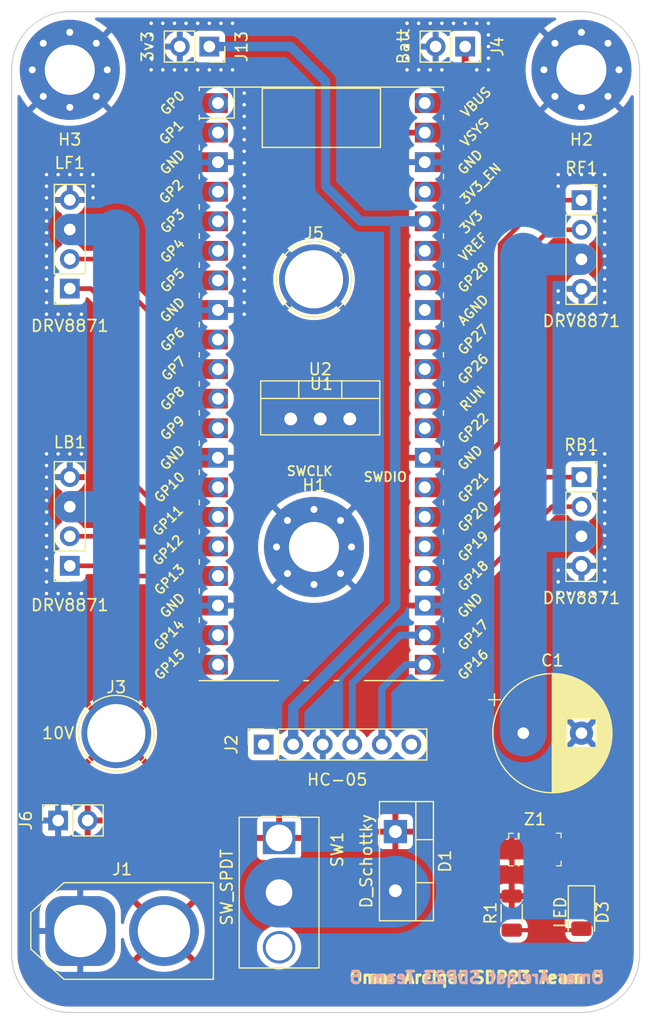
<source format=kicad_pcb>
(kicad_pcb (version 20211014) (generator pcbnew)
  (layers (0 "F.Cu" signal) (31 "B.Cu" signal) (34 "B.Paste" user) (35 "F.Paste" user) (36 "B.SilkS" user "B.Silkscreen") (37 "F.SilkS" user "F.Silkscreen") (38 "B.Mask" user) (39 "F.Mask" user) (44 "Edge.Cuts" user))
  (net 0 "")
  (net 1 "LF1")
  (net 2 "LF2")
  (net 3 "+10V")
  (net 4 "GND")
  (net 5 "RB1")
  (net 6 "RB2")
  (net 7 "LB1")
  (net 8 "LB2")
  (net 9 "RF1")
  (net 10 "RF2")
  (net 11 "Net-(D1-Pad2)")
  (net 12 "Net-(D3-Pad2)")
  (net 13 "VCC")
  (net 15 "+3V3")
  (net 16 "TX")
  (net 17 "RX")
  (net 19 "VSYS")
  (footprint "Connector_PinSocket_2.54mm:PinSocket_1x04_P2.54mm_Vertical" (layer "F.Cu") (at 147 67.2)
    (fp_text reference "RF1" (at 0 -2.77) (layer "F.SilkS"))
    (fp_text value "DRV8871" (at 0 10.39) (layer "F.SilkS"))
    (pad "1" thru_hole rect (at 0 0) (size 1.7 1.7) (drill 1) (layers *.Cu *.Mask) (net 9 "RF1"))
    (pad "2" thru_hole oval (at 0 2.54) (size 1.7 1.7) (drill 1) (layers *.Cu *.Mask) (net 10 "RF2"))
    (pad "3" thru_hole oval (at 0 5.08) (size 1.7 1.7) (drill 1) (layers *.Cu *.Mask) (net 3 "+10V"))
    (pad "4" thru_hole oval (at 0 7.62) (size 1.7 1.7) (drill 1) (layers *.Cu *.Mask) (net 4 "GND"))
  )
  (footprint "MountingHole:MountingHole_4.3mm_M4_Pad_Via" (layer "F.Cu") (at 124 97)
    (fp_text reference "H1" (at 0 -5.3) (layer "F.SilkS"))
    (fp_text value "M")
    (pad "1" thru_hole circle (at 0 3.225) (size 0.9 0.9) (drill 0.6) (layers *.Cu *.Mask) (net 4 "GND"))
    (pad "1" thru_hole circle (at 2.280419 2.280419) (size 0.9 0.9) (drill 0.6) (layers *.Cu *.Mask) (net 4 "GND"))
    (pad "1" thru_hole circle (at 0 -3.225) (size 0.9 0.9) (drill 0.6) (layers *.Cu *.Mask) (net 4 "GND"))
    (pad "1" thru_hole circle (at -2.280419 2.280419) (size 0.9 0.9) (drill 0.6) (layers *.Cu *.Mask) (net 4 "GND"))
    (pad "1" thru_hole circle (at -3.225 0) (size 0.9 0.9) (drill 0.6) (layers *.Cu *.Mask) (net 4 "GND"))
    (pad "1" thru_hole circle (at 3.225 0) (size 0.9 0.9) (drill 0.6) (layers *.Cu *.Mask) (net 4 "GND"))
    (pad "1" thru_hole circle (at -2.280419 -2.280419) (size 0.9 0.9) (drill 0.6) (layers *.Cu *.Mask) (net 4 "GND"))
    (pad "1" thru_hole circle (at 0 0) (size 8.6 8.6) (drill 4.3) (layers *.Cu *.Mask) (net 4 "GND"))
    (pad "1" thru_hole circle (at 2.280419 -2.280419) (size 0.9 0.9) (drill 0.6) (layers *.Cu *.Mask) (net 4 "GND"))
  )
  (footprint "Buggy_Footprints:1101M2S3CQE2" (layer "F.Cu") (at 121 122)
    (fp_text reference "SW1" (at 5 1 90) (layer "F.SilkS"))
    (fp_text value "SW_SPDT" (at -4.5 4.25 90) (layer "F.SilkS"))
    (pad "1" thru_hole rect (at 0 0) (size 2.794 2.794) (drill 2.286) (layers *.Cu *.Mask) (net 13 "VCC"))
    (pad "2" thru_hole circle (at 0 4.699) (size 2.794 2.794) (drill 2.286) (layers *.Cu *.Mask) (net 11 "Net-(D1-Pad2)"))
    (pad "3" thru_hole circle (at 0 9.398) (size 2.794 2.794) (drill 2.286) (layers *.Cu *.Mask))
  )
  (footprint "Connector_PinSocket_2.54mm:PinSocket_1x02_P2.54mm_Vertical" (layer "F.Cu") (at 115 54 -90)
    (fp_text reference "J13" (at 0 -2.77 90) (layer "F.SilkS"))
    (fp_text value "3v3" (at 0 5.31 90) (layer "F.SilkS"))
    (pad "1" thru_hole rect (at 0 0 270) (size 1.7 1.7) (drill 1) (layers *.Cu *.Mask) (net 15 "+3V3"))
    (pad "2" thru_hole oval (at 0 2.54 270) (size 1.7 1.7) (drill 1) (layers *.Cu *.Mask) (net 4 "GND"))
  )
  (footprint "Connector_PinSocket_2.54mm:PinSocket_1x02_P2.54mm_Vertical" (layer "F.Cu") (at 137 54 -90)
    (fp_text reference "J4" (at 0 -2.77 90) (layer "F.SilkS"))
    (fp_text value "Batt" (at 0 5.31 90) (layer "F.SilkS"))
    (pad "1" thru_hole rect (at 0 0 270) (size 1.7 1.7) (drill 1) (layers *.Cu *.Mask) (net 19 "VSYS"))
    (pad "2" thru_hole oval (at 0 2.54 270) (size 1.7 1.7) (drill 1) (layers *.Cu *.Mask) (net 4 "GND"))
  )
  (footprint "digikey-footprints:DO-214AC" (layer "F.Cu") (at 143 123)
    (fp_text reference "Z1" (at 0 -2.6) (layer "F.SilkS"))
    (fp_text value "Zener")
    (pad "A" smd rect locked (at 2 0) (size 2.5 1.7) (layers "F.Cu" "F.Paste" "F.Mask") (net 4 "GND"))
    (pad "K" smd rect locked (at -2 0) (size 2.5 1.7) (layers "F.Cu" "F.Paste" "F.Mask") (net 3 "+10V"))
  )
  (footprint "LED_SMD:LED_1206_3216Metric" (layer "F.Cu") (at 147 128.4 -90)
    (fp_text reference "D3" (at 0 -1.82 90) (layer "F.SilkS"))
    (fp_text value "LED" (at 0 1.82 90) (layer "F.SilkS"))
    (pad "1" smd roundrect (at -1.4 0 270) (size 1.25 1.75) (layers "F.Cu" "F.Paste" "F.Mask") (roundrect_rratio 0.2) (net 4 "GND"))
    (pad "2" smd roundrect (at 1.4 0 270) (size 1.25 1.75) (layers "F.Cu" "F.Paste" "F.Mask") (roundrect_rratio 0.2) (net 12 "Net-(D3-Pad2)"))
  )
  (footprint "Package_TO_SOT_THT:TO-220-2_Vertical" (layer "F.Cu") (at 131 121.46 -90)
    (fp_text reference "D1" (at 2.54 -4.27 90) (layer "F.SilkS"))
    (fp_text value "D_Schottky" (at 2.54 2.5 90) (layer "F.SilkS"))
    (pad "1" thru_hole rect (at 0 0 270) (size 2 2) (drill 1.1) (layers *.Cu *.Mask) (net 3 "+10V"))
    (pad "2" thru_hole oval (at 5.08 0 270) (size 2 2) (drill 1.1) (layers *.Cu *.Mask) (net 11 "Net-(D1-Pad2)"))
  )
  (footprint "MountingHole:MountingHole_4.3mm_M4_Pad_Via" (layer "F.Cu") (at 147 56)
    (fp_text reference "H2" (at 0 6) (layer "F.SilkS"))
    (fp_text value "M")
    (pad "1" thru_hole circle (at -3.225 0) (size 0.9 0.9) (drill 0.6) (layers *.Cu *.Mask) (net 4 "GND"))
    (pad "1" thru_hole circle (at 2.280419 -2.280419) (size 0.9 0.9) (drill 0.6) (layers *.Cu *.Mask) (net 4 "GND"))
    (pad "1" thru_hole circle (at 2.280419 2.280419) (size 0.9 0.9) (drill 0.6) (layers *.Cu *.Mask) (net 4 "GND"))
    (pad "1" thru_hole circle (at 0 3.225) (size 0.9 0.9) (drill 0.6) (layers *.Cu *.Mask) (net 4 "GND"))
    (pad "1" thru_hole circle (at -2.280419 2.280419) (size 0.9 0.9) (drill 0.6) (layers *.Cu *.Mask) (net 4 "GND"))
    (pad "1" thru_hole circle (at 0 0) (size 8.6 8.6) (drill 4.3) (layers *.Cu *.Mask) (net 4 "GND"))
    (pad "1" thru_hole circle (at 3.225 0) (size 0.9 0.9) (drill 0.6) (layers *.Cu *.Mask) (net 4 "GND"))
    (pad "1" thru_hole circle (at -2.280419 -2.280419) (size 0.9 0.9) (drill 0.6) (layers *.Cu *.Mask) (net 4 "GND"))
    (pad "1" thru_hole circle (at 0 -3.225) (size 0.9 0.9) (drill 0.6) (layers *.Cu *.Mask) (net 4 "GND"))
  )
  (footprint "Capacitor_THT:CP_Radial_D10.0mm_P5.00mm" (layer "F.Cu") (at 142 113)
    (fp_text reference "C1" (at 2.5 -6.25) (layer "F.SilkS"))
    (fp_text value "2200uF")
    (pad "1" thru_hole rect (at 0 0) (size 2 2) (drill 1) (layers *.Cu *.Mask) (net 3 "+10V"))
    (pad "2" thru_hole circle (at 5 0) (size 2 2) (drill 1) (layers *.Cu *.Mask) (net 4 "GND"))
  )
  (footprint "TestPoint:TestPoint_Plated_Hole_D5.0mm" (layer "F.Cu") (at 124 74)
    (fp_text reference "J5" (at 0 -3.948) (layer "F.SilkS"))
    (fp_text value "GND")
    (pad "1" thru_hole circle (at 0 0) (size 6 6) (drill 5) (layers *.Cu *.Mask) (net 4 "GND"))
  )
  (footprint "Package_TO_SOT_THT:TO-220-3_Vertical" (layer "F.Cu") (at 122 86)
    (fp_text reference "U2" (at 2.54 -4.27) (layer "F.SilkS"))
    (fp_text value "MC79M15_TO220")
    (pad "1" thru_hole rect (at 0 0) (size 1.905 2) (drill 1.1) (layers *.Cu *.Mask) (net 4 "GND"))
    (pad "2" thru_hole oval (at 2.54 0) (size 1.905 2) (drill 1.1) (layers *.Cu *.Mask) (net 19 "VSYS"))
    (pad "3" thru_hole oval (at 5.08 0) (size 1.905 2) (drill 1.1) (layers *.Cu *.Mask) (net 3 "+10V"))
  )
  (footprint "Connector_PinSocket_2.54mm:PinSocket_1x06_P2.54mm_Vertical" (layer "F.Cu") (at 119.675 113.975 90)
    (fp_text reference "J2" (at 0 -2.77 90) (layer "F.SilkS"))
    (fp_text value "HC-05" (at -3.025 6.325 180) (layer "F.SilkS"))
    (pad "1" thru_hole rect (at 0 0 90) (size 1.7 1.7) (drill 1) (layers *.Cu *.Mask))
    (pad "2" thru_hole oval (at 0 2.54 90) (size 1.7 1.7) (drill 1) (layers *.Cu *.Mask) (net 15 "+3V3"))
    (pad "3" thru_hole oval (at 0 5.08 90) (size 1.7 1.7) (drill 1) (layers *.Cu *.Mask) (net 4 "GND"))
    (pad "4" thru_hole oval (at 0 7.62 90) (size 1.7 1.7) (drill 1) (layers *.Cu *.Mask) (net 17 "RX"))
    (pad "5" thru_hole oval (at 0 10.16 90) (size 1.7 1.7) (drill 1) (layers *.Cu *.Mask) (net 16 "TX"))
    (pad "6" thru_hole oval (at 0 12.7 90) (size 1.7 1.7) (drill 1) (layers *.Cu *.Mask))
  )
  (footprint "Connector_AMASS:AMASS_XT60-M_1x02_P7.20mm_Vertical" (layer "F.Cu") (at 103.9 130)
    (fp_text reference "J1" (at 3.6 -5.3) (layer "F.SilkS"))
    (fp_text value "XT60")
    (pad "1" thru_hole roundrect (at 0 0) (size 6 6) (drill 4.5) (layers *.Cu *.Mask) (net 4 "GND"))
    (pad "2" thru_hole circle (at 7.2 0) (size 6 6) (drill 4.5) (layers *.Cu *.Mask) (net 13 "VCC"))
  )
  (footprint "MountingHole:MountingHole_4.3mm_M4_Pad_Via" (layer "F.Cu") (at 103 56)
    (fp_text reference "H3" (at 0 6) (layer "F.SilkS"))
    (fp_text value "M")
    (pad "1" thru_hole circle (at 2.280419 -2.280419) (size 0.9 0.9) (drill 0.6) (layers *.Cu *.Mask) (net 4 "GND"))
    (pad "1" thru_hole circle (at 0 3.225) (size 0.9 0.9) (drill 0.6) (layers *.Cu *.Mask) (net 4 "GND"))
    (pad "1" thru_hole circle (at 2.280419 2.280419) (size 0.9 0.9) (drill 0.6) (layers *.Cu *.Mask) (net 4 "GND"))
    (pad "1" thru_hole circle (at -2.280419 -2.280419) (size 0.9 0.9) (drill 0.6) (layers *.Cu *.Mask) (net 4 "GND"))
    (pad "1" thru_hole circle (at -3.225 0) (size 0.9 0.9) (drill 0.6) (layers *.Cu *.Mask) (net 4 "GND"))
    (pad "1" thru_hole circle (at 0 0) (size 8.6 8.6) (drill 4.3) (layers *.Cu *.Mask) (net 4 "GND"))
    (pad "1" thru_hole circle (at -2.280419 2.280419) (size 0.9 0.9) (drill 0.6) (layers *.Cu *.Mask) (net 4 "GND"))
    (pad "1" thru_hole circle (at 0 -3.225) (size 0.9 0.9) (drill 0.6) (layers *.Cu *.Mask) (net 4 "GND"))
    (pad "1" thru_hole circle (at 3.225 0) (size 0.9 0.9) (drill 0.6) (layers *.Cu *.Mask) (net 4 "GND"))
  )
  (footprint "Connector_PinSocket_2.54mm:PinSocket_1x02_P2.54mm_Vertical" (layer "F.Cu") (at 102 120.5 90)
    (fp_text reference "J6" (at 0 -2.77 90) (layer "F.SilkS"))
    (fp_text value "Vin")
    (pad "1" thru_hole rect (at 0 0 90) (size 1.7 1.7) (drill 1) (layers *.Cu *.Mask) (net 4 "GND"))
    (pad "2" thru_hole oval (at 0 2.54 90) (size 1.7 1.7) (drill 1) (layers *.Cu *.Mask) (net 13 "VCC"))
  )
  (footprint "Resistor_SMD:R_1206_3216Metric" (layer "F.Cu") (at 141 128.4625 90)
    (fp_text reference "R1" (at 0 -1.82 90) (layer "F.SilkS"))
    (fp_text value "330")
    (pad "1" smd roundrect (at -1.4625 0 90) (size 1.125 1.75) (layers "F.Cu" "F.Paste" "F.Mask") (roundrect_rratio 0.2222222222) (net 12 "Net-(D3-Pad2)"))
    (pad "2" smd roundrect (at 1.4625 0 90) (size 1.125 1.75) (layers "F.Cu" "F.Paste" "F.Mask") (roundrect_rratio 0.2222222222) (net 3 "+10V"))
  )
  (footprint "Connector_PinSocket_2.54mm:PinSocket_1x04_P2.54mm_Vertical" (layer "F.Cu") (at 103 98.62 180)
    (fp_text reference "LB1" (at 0 10.62) (layer "F.SilkS"))
    (fp_text value "DRV8871" (at 0 -3.38) (layer "F.SilkS"))
    (pad "1" thru_hole rect (at 0 0 180) (size 1.7 1.7) (drill 1) (layers *.Cu *.Mask) (net 7 "LB1"))
    (pad "2" thru_hole oval (at 0 2.54 180) (size 1.7 1.7) (drill 1) (layers *.Cu *.Mask) (net 8 "LB2"))
    (pad "3" thru_hole oval (at 0 5.08 180) (size 1.7 1.7) (drill 1) (layers *.Cu *.Mask) (net 3 "+10V"))
    (pad "4" thru_hole oval (at 0 7.62 180) (size 1.7 1.7) (drill 1) (layers *.Cu *.Mask) (net 4 "GND"))
  )
  (footprint "Connector_PinSocket_2.54mm:PinSocket_1x04_P2.54mm_Vertical" (layer "F.Cu") (at 103 74.8 180)
    (fp_text reference "LF1" (at 0 10.8) (layer "F.SilkS"))
    (fp_text value "DRV8871" (at 0 -3.2) (layer "F.SilkS"))
    (pad "1" thru_hole rect (at 0 0 180) (size 1.7 1.7) (drill 1) (layers *.Cu *.Mask) (net 1 "LF1"))
    (pad "2" thru_hole oval (at 0 2.54 180) (size 1.7 1.7) (drill 1) (layers *.Cu *.Mask) (net 2 "LF2"))
    (pad "3" thru_hole oval (at 0 5.08 180) (size 1.7 1.7) (drill 1) (layers *.Cu *.Mask) (net 3 "+10V"))
    (pad "4" thru_hole oval (at 0 7.62 180) (size 1.7 1.7) (drill 1) (layers *.Cu *.Mask) (net 4 "GND"))
  )
  (footprint "TestPoint:TestPoint_Plated_Hole_D5.0mm" (layer "F.Cu") (at 107 113)
    (fp_text reference "J3" (at 0 -3.948) (layer "F.SilkS"))
    (fp_text value "10V" (at -5 0) (layer "F.SilkS"))
    (pad "1" thru_hole circle (at 0 0) (size 6 6) (drill 5) (layers *.Cu *.Mask) (net 3 "+10V"))
  )
  (footprint "Connector_PinSocket_2.54mm:PinSocket_1x04_P2.54mm_Vertical" (layer "F.Cu") (at 147 91)
    (fp_text reference "RB1" (at 0 -2.77) (layer "F.SilkS"))
    (fp_text value "DRV8871" (at 0 10.39) (layer "F.SilkS"))
    (pad "1" thru_hole rect (at 0 0) (size 1.7 1.7) (drill 1) (layers *.Cu *.Mask) (net 5 "RB1"))
    (pad "2" thru_hole oval (at 0 2.54) (size 1.7 1.7) (drill 1) (layers *.Cu *.Mask) (net 6 "RB2"))
    (pad "3" thru_hole oval (at 0 5.08) (size 1.7 1.7) (drill 1) (layers *.Cu *.Mask) (net 3 "+10V"))
    (pad "4" thru_hole oval (at 0 7.62) (size 1.7 1.7) (drill 1) (layers *.Cu *.Mask) (net 4 "GND"))
  )
  (footprint "RPi_Pico:RPi_PicoW_SMD_TH" (layer "F.Cu") (at 124.635 82.985)
    (fp_text reference "U1" (at 0 0) (layer "F.SilkS"))
    (fp_text value "PicoW")
    (fp_text user "GP16" (at 13.054 24.13 45) (layer "F.SilkS") (effects (font (size 0.8 0.8))))
    (fp_text user "GND" (at -12.8 6.35 45) (layer "F.SilkS") (effects (font (size 0.8 0.8))))
    (fp_text user "GP8" (at -12.8 1.27 45) (layer "F.SilkS") (effects (font (size 0.8 0.8))))
    (fp_text user "GP22" (at 13.054 3.81 45) (layer "F.SilkS") (effects (font (size 0.8 0.8))))
    (fp_text user "GND" (at 12.8 -19.05 45) (layer "F.SilkS") (effects (font (size 0.8 0.8))))
    (fp_text user "GND" (at -12.8 -19.05 45) (layer "F.SilkS") (effects (font (size 0.8 0.8))))
    (fp_text user "RUN" (at 13 1.27 45) (layer "F.SilkS") (effects (font (size 0.8 0.8))))
    (fp_text user "GP6" (at -12.8 -3.81 45) (layer "F.SilkS") (effects (font (size 0.8 0.8))))
    (fp_text user "GP5" (at -12.8 -8.89 45) (layer "F.SilkS") (effects (font (size 0.8 0.8))))
    (fp_text user "SWDIO" (at 5.5 8) (layer "F.SilkS") (effects (font (size 0.8 0.8))))
    (fp_text user "GP4" (at -12.8 -11.43 45) (layer "F.SilkS") (effects (font (size 0.8 0.8))))
    (fp_text user "GP12" (at -13.2 14.2925 45) (layer "F.SilkS") (effects (font (size 0.8 0.8))))
    (fp_text user "AGND" (at 13.054 -6.35 45) (layer "F.SilkS") (effects (font (size 0.8 0.8))))
    (fp_text user "GP11" (at -13.2 11.7525 45) (layer "F.SilkS") (effects (font (size 0.8 0.8))))
    (fp_text user "SWCLK" (at -1 7.5) (layer "F.SilkS") (effects (font (size 0.8 0.8))))
    (fp_text user "GP26" (at 13.054 -1.27 45) (layer "F.SilkS") (effects (font (size 0.8 0.8))))
    (fp_text user "GP2" (at -12.9 -16.51 45) (layer "F.SilkS") (effects (font (size 0.8 0.8))))
    (fp_text user "GP0" (at -12.8 -24.13 45) (layer "F.SilkS") (effects (font (size 0.8 0.8))))
    (fp_text user "GP28" (at 13.054 -9.144 45) (layer "F.SilkS") (effects (font (size 0.8 0.8))))
    (fp_text user "GP13" (at -13.054 16.8325 45) (layer "F.SilkS") (effects (font (size 0.8 0.8))))
    (fp_text user "GND" (at -12.8 19.05 45) (layer "F.SilkS") (effects (font (size 0.8 0.8))))
    (fp_text user "GP19" (at 13.054 13.97 45) (layer "F.SilkS") (effects (font (size 0.8 0.8))))
    (fp_text user "GP20" (at 13.054 11.43 45) (layer "F.SilkS") (effects (font (size 0.8 0.8))))
    (fp_text user "VSYS" (at 13.2 -21.59 45) (layer "F.SilkS") (effects (font (size 0.8 0.8))))
    (fp_text user "GND" (at 12.8 19.05 45) (layer "F.SilkS") (effects (font (size 0.8 0.8))))
    (fp_text user "GP7" (at -12.7 -1.3 45) (layer "F.SilkS") (effects (font (size 0.8 0.8))))
    (fp_text user "GP17" (at 13.054 21.59 45) (layer "F.SilkS") (effects (font (size 0.8 0.8))))
    (fp_text user "GP10" (at -13.054 8.89 45) (layer "F.SilkS") (effects (font (size 0.8 0.8))))
    (fp_text user "GP9" (at -12.8 3.81 45) (layer "F.SilkS") (effects (font (size 0.8 0.8))))
    (fp_text user "GP18" (at 13.054 16.51 45) (layer "F.SilkS") (effects (font (size 0.8 0.8))))
    (fp_text user "VREF" (at 13.0675 -11.7425 45) (layer "F.SilkS") (effects (font (size 0.8 0.8))))
    (fp_text user "GP21" (at 13.054 8.9 45) (layer "F.SilkS") (effects (font (size 0.8 0.8))))
    (fp_text user "3V3_EN" (at 13.7 -17.2 45) (layer "F.SilkS") (effects (font (size 0.8 0.8))))
    (fp_text user "GP27" (at 13.054 -3.8 45) (layer "F.SilkS") (effects (font (size 0.8 0.8))))
    (fp_text user "3V3" (at 12.9 -13.9 45) (layer "F.SilkS") (effects (font (size 0.8 0.8))))
    (fp_text user "GP1" (at -12.9 -21.6 45) (layer "F.SilkS") (effects (font (size 0.8 0.8))))
    (fp_text user "GP14" (at -13.1 21.59 45) (layer "F.SilkS") (effects (font (size 0.8 0.8))))
    (fp_text user "GP3" (at -12.8 -13.97 45) (layer "F.SilkS") (effects (font (size 0.8 0.8))))
    (fp_text user "GND" (at 12.8 6.35 45) (layer "F.SilkS") (effects (font (size 0.8 0.8))))
    (fp_text user "GP15" (at -13.054 24.13 45) (layer "F.SilkS") (effects (font (size 0.8 0.8))))
    (fp_text user "VBUS" (at 13.3 -24.2 45) (layer "F.SilkS") (effects (font (size 0.8 0.8))))
    (fp_text user "GND" (at -12.8 -6.35 45) (layer "F.SilkS") (effects (font (size 0.8 0.8))))
    (pad "1" thru_hole oval (at -8.89 -24.13) (size 1.7 1.7) (drill 1.02) (layers *.Cu *.Mask))
    (pad "1" smd rect (at -8.89 -24.13) (size 3.5 1.7) (drill (offset -0.9 0)) (layers "F.Cu" "F.Mask"))
    (pad "2" thru_hole oval (at -8.89 -21.59) (size 1.7 1.7) (drill 1.02) (layers *.Cu *.Mask))
    (pad "2" smd rect (at -8.89 -21.59) (size 3.5 1.7) (drill (offset -0.9 0)) (layers "F.Cu" "F.Mask"))
    (pad "3" thru_hole rect (at -8.89 -19.05) (size 1.7 1.7) (drill 1.02) (layers *.Cu *.Mask) (net 4 "GND"))
    (pad "3" smd rect (at -8.89 -19.05) (size 3.5 1.7) (drill (offset -0.9 0)) (layers "F.Cu" "F.Mask") (net 4 "GND"))
    (pad "4" smd rect (at -8.89 -16.51) (size 3.5 1.7) (drill (offset -0.9 0)) (layers "F.Cu" "F.Mask"))
    (pad "4" thru_hole oval (at -8.89 -16.51) (size 1.7 1.7) (drill 1.02) (layers *.Cu *.Mask))
    (pad "5" thru_hole oval (at -8.89 -13.97) (size 1.7 1.7) (drill 1.02) (layers *.Cu *.Mask))
    (pad "5" smd rect (at -8.89 -13.97) (size 3.5 1.7) (drill (offset -0.9 0)) (layers "F.Cu" "F.Mask"))
    (pad "6" smd rect (at -8.89 -11.43) (size 3.5 1.7) (drill (offset -0.9 0)) (layers "F.Cu" "F.Mask"))
    (pad "6" thru_hole oval (at -8.89 -11.43) (size 1.7 1.7) (drill 1.02) (layers *.Cu *.Mask))
    (pad "7" smd rect (at -8.89 -8.89) (size 3.5 1.7) (drill (offset -0.9 0)) (layers "F.Cu" "F.Mask"))
    (pad "7" thru_hole oval (at -8.89 -8.89) (size 1.7 1.7) (drill 1.02) (layers *.Cu *.Mask))
    (pad "8" smd rect (at -8.89 -6.35) (size 3.5 1.7) (drill (offset -0.9 0)) (layers "F.Cu" "F.Mask") (net 4 "GND"))
    (pad "8" thru_hole rect (at -8.89 -6.35) (size 1.7 1.7) (drill 1.02) (layers *.Cu *.Mask) (net 4 "GND"))
    (pad "9" smd rect (at -8.89 -3.81) (size 3.5 1.7) (drill (offset -0.9 0)) (layers "F.Cu" "F.Mask"))
    (pad "9" thru_hole oval (at -8.89 -3.81) (size 1.7 1.7) (drill 1.02) (layers *.Cu *.Mask))
    (pad "10" smd rect (at -8.89 -1.27) (size 3.5 1.7) (drill (offset -0.9 0)) (layers "F.Cu" "F.Mask"))
    (pad "10" thru_hole oval (at -8.89 -1.27) (size 1.7 1.7) (drill 1.02) (layers *.Cu *.Mask))
    (pad "11" smd rect (at -8.89 1.27) (size 3.5 1.7) (drill (offset -0.9 0)) (layers "F.Cu" "F.Mask"))
    (pad "11" thru_hole oval (at -8.89 1.27) (size 1.7 1.7) (drill 1.02) (layers *.Cu *.Mask))
    (pad "12" smd rect (at -8.89 3.81) (size 3.5 1.7) (drill (offset -0.9 0)) (layers "F.Cu" "F.Mask"))
    (pad "12" thru_hole oval (at -8.89 3.81) (size 1.7 1.7) (drill 1.02) (layers *.Cu *.Mask))
    (pad "13" smd rect (at -8.89 6.35) (size 3.5 1.7) (drill (offset -0.9 0)) (layers "F.Cu" "F.Mask") (net 4 "GND"))
    (pad "13" thru_hole rect (at -8.89 6.35) (size 1.7 1.7) (drill 1.02) (layers *.Cu *.Mask) (net 4 "GND"))
    (pad "14" smd rect (at -8.89 8.89) (size 3.5 1.7) (drill (offset -0.9 0)) (layers "F.Cu" "F.Mask") (net 2 "LF2"))
    (pad "14" thru_hole oval (at -8.89 8.89) (size 1.7 1.7) (drill 1.02) (layers *.Cu *.Mask) (net 2 "LF2"))
    (pad "15" thru_hole oval (at -8.89 11.43) (size 1.7 1.7) (drill 1.02) (layers *.Cu *.Mask) (net 1 "LF1"))
    (pad "15" smd rect (at -8.89 11.43) (size 3.5 1.7) (drill (offset -0.9 0)) (layers "F.Cu" "F.Mask") (net 1 "LF1"))
    (pad "16" thru_hole oval (at -8.89 13.97) (size 1.7 1.7) (drill 1.02) (layers *.Cu *.Mask) (net 8 "LB2"))
    (pad "16" smd rect (at -8.89 13.97) (size 3.5 1.7) (drill (offset -0.9 0)) (layers "F.Cu" "F.Mask") (net 8 "LB2"))
    (pad "17" thru_hole oval (at -8.89 16.51) (size 1.7 1.7) (drill 1.02) (layers *.Cu *.Mask) (net 7 "LB1"))
    (pad "17" smd rect (at -8.89 16.51) (size 3.5 1.7) (drill (offset -0.9 0)) (layers "F.Cu" "F.Mask") (net 7 "LB1"))
    (pad "18" smd rect (at -8.89 19.05) (size 3.5 1.7) (drill (offset -0.9 0)) (layers "F.Cu" "F.Mask") (net 4 "GND"))
    (pad "18" thru_hole rect (at -8.89 19.05) (size 1.7 1.7) (drill 1.02) (layers *.Cu *.Mask) (net 4 "GND"))
    (pad "19" thru_hole oval (at -8.89 21.59) (size 1.7 1.7) (drill 1.02) (layers *.Cu *.Mask))
    (pad "19" smd rect (at -8.89 21.59) (size 3.5 1.7) (drill (offset -0.9 0)) (layers "F.Cu" "F.Mask"))
    (pad "20" thru_hole oval (at -8.89 24.13) (size 1.7 1.7) (drill 1.02) (layers *.Cu *.Mask))
    (pad "20" smd rect (at -8.89 24.13) (size 3.5 1.7) (drill (offset -0.9 0)) (layers "F.Cu" "F.Mask"))
    (pad "21" thru_hole oval (at 8.89 24.13) (size 1.7 1.7) (drill 1.02) (layers *.Cu *.Mask) (net 16 "TX"))
    (pad "21" smd rect (at 8.89 24.13) (size 3.5 1.7) (drill (offset 0.9 0)) (layers "F.Cu" "F.Mask") (net 16 "TX"))
    (pad "22" smd rect (at 8.89 21.59) (size 3.5 1.7) (drill (offset 0.9 0)) (layers "F.Cu" "F.Mask") (net 17 "RX"))
    (pad "22" thru_hole oval (at 8.89 21.59) (size 1.7 1.7) (drill 1.02) (layers *.Cu *.Mask) (net 17 "RX"))
    (pad "23" smd rect (at 8.89 19.05) (size 3.5 1.7) (drill (offset 0.9 0)) (layers "F.Cu" "F.Mask") (net 4 "GND"))
    (pad "23" thru_hole rect (at 8.89 19.05) (size 1.7 1.7) (drill 1.02) (layers *.Cu *.Mask) (net 4 "GND"))
    (pad "24" smd rect (at 8.89 16.51) (size 3.5 1.7) (drill (offset 0.9 0)) (layers "F.Cu" "F.Mask") (net 6 "RB2"))
    (pad "24" thru_hole oval (at 8.89 16.51) (size 1.7 1.7) (drill 1.02) (layers *.Cu *.Mask) (net 6 "RB2"))
    (pad "25" thru_hole oval (at 8.89 13.97) (size 1.7 1.7) (drill 1.02) (layers *.Cu *.Mask) (net 5 "RB1"))
    (pad "25" smd rect (at 8.89 13.97) (size 3.5 1.7) (drill (offset 0.9 0)) (layers "F.Cu" "F.Mask") (net 5 "RB1"))
    (pad "26" thru_hole oval (at 8.89 11.43) (size 1.7 1.7) (drill 1.02) (layers *.Cu *.Mask) (net 10 "RF2"))
    (pad "26" smd rect (at 8.89 11.43) (size 3.5 1.7) (drill (offset 0.9 0)) (layers "F.Cu" "F.Mask") (net 10 "RF2"))
    (pad "27" thru_hole oval (at 8.89 8.89) (size 1.7 1.7) (drill 1.02) (layers *.Cu *.Mask) (net 9 "RF1"))
    (pad "27" smd rect (at 8.89 8.89) (size 3.5 1.7) (drill (offset 0.9 0)) (layers "F.Cu" "F.Mask") (net 9 "RF1"))
    (pad "28" smd rect (at 8.89 6.35) (size 3.5 1.7) (drill (offset 0.9 0)) (layers "F.Cu" "F.Mask") (net 4 "GND"))
    (pad "28" thru_hole rect (at 8.89 6.35) (size 1.7 1.7) (drill 1.02) (layers *.Cu *.Mask) (net 4 "GND"))
    (pad "29" smd rect (at 8.89 3.81) (size 3.5 1.7) (drill (offset 0.9 0)) (layers "F.Cu" "F.Mask"))
    (pad "29" thru_hole oval (at 8.89 3.81) (size 1.7 1.7) (drill 1.02) (layers *.Cu *.Mask))
    (pad "30" thru_hole oval (at 8.89 1.27) (size 1.7 1.7) (drill 1.02) (layers *.Cu *.Mask))
    (pad "30" smd rect (at 8.89 1.27) (size 3.5 1.7) (drill (offset 0.9 0)) (layers "F.Cu" "F.Mask"))
    (pad "31" thru_hole oval (at 8.89 -1.27) (size 1.7 1.7) (drill 1.02) (layers *.Cu *.Mask))
    (pad "31" smd rect (at 8.89 -1.27) (size 3.5 1.7) (drill (offset 0.9 0)) (layers "F.Cu" "F.Mask"))
    (pad "32" smd rect (at 8.89 -3.81) (size 3.5 1.7) (drill (offset 0.9 0)) (layers "F.Cu" "F.Mask"))
    (pad "32" thru_hole oval (at 8.89 -3.81) (size 1.7 1.7) (drill 1.02) (layers *.Cu *.Mask))
    (pad "33" thru_hole rect (at 8.89 -6.35) (size 1.7 1.7) (drill 1.02) (layers *.Cu *.Mask))
    (pad "33" smd rect (at 8.89 -6.35) (size 3.5 1.7) (drill (offset 0.9 0)) (layers "F.Cu" "F.Mask"))
    (pad "34" thru_hole oval (at 8.89 -8.89) (size 1.7 1.7) (drill 1.02) (layers *.Cu *.Mask))
    (pad "34" smd rect (at 8.89 -8.89) (size 3.5 1.7) (drill (offset 0.9 0)) (layers "F.Cu" "F.Mask"))
    (pad "35" thru_hole oval (at 8.89 -11.43) (size 1.7 1.7) (drill 1.02) (layers *.Cu *.Mask))
    (pad "35" smd rect (at 8.89 -11.43) (size 3.5 1.7) (drill (offset 0.9 0)) (layers "F.Cu" "F.Mask"))
    (pad "36" smd rect (at 8.89 -13.97) (size 3.5 1.7) (drill (offset 0.9 0)) (layers "F.Cu" "F.Mask") (net 15 "+3V3"))
    (pad "36" thru_hole oval (at 8.89 -13.97) (size 1.7 1.7) (drill 1.02) (layers *.Cu *.Mask) (net 15 "+3V3"))
    (pad "37" smd rect (at 8.89 -16.51) (size 3.5 1.7) (drill (offset 0.9 0)) (layers "F.Cu" "F.Mask"))
    (pad "37" thru_hole oval (at 8.89 -16.51) (size 1.7 1.7) (drill 1.02) (layers *.Cu *.Mask))
    (pad "38" thru_hole rect (at 8.89 -19.05) (size 1.7 1.7) (drill 1.02) (layers *.Cu *.Mask) (net 4 "GND"))
    (pad "38" smd rect (at 8.89 -19.05) (size 3.5 1.7) (drill (offset 0.9 0)) (layers "F.Cu" "F.Mask") (net 4 "GND"))
    (pad "39" smd rect (at 8.89 -21.59) (size 3.5 1.7) (drill (offset 0.9 0)) (layers "F.Cu" "F.Mask") (net 19 "VSYS"))
    (pad "39" thru_hole oval (at 8.89 -21.59) (size 1.7 1.7) (drill 1.02) (layers *.Cu *.Mask) (net 19 "VSYS"))
    (pad "40" smd rect (at 8.89 -24.13) (size 3.5 1.7) (drill (offset 0.9 0)) (layers "F.Cu" "F.Mask"))
    (pad "40" thru_hole oval (at 8.89 -24.13) (size 1.7 1.7) (drill 1.02) (layers *.Cu *.Mask))
  )
  (gr_arc (start 98 56) (mid 99.464466 52.464466) (end 103 51) (layer "Edge.Cuts") (width 0.1))
  (gr_arc (start 152 132) (mid 150.535534 135.535534) (end 147 137) (layer "Edge.Cuts") (width 0.1))
  (gr_arc (start 103 137) (mid 99.464466 135.535534) (end 98 132) (layer "Edge.Cuts") (width 0.1))
  (gr_line (start 147 51) (end 103 51) (layer "Edge.Cuts") (width 0.1))
  (gr_line (start 152 132) (end 152 56) (layer "Edge.Cuts") (width 0.1))
  (gr_line (start 98 56) (end 98 132) (layer "Edge.Cuts") (width 0.1))
  (gr_line (start 103 137) (end 147 137) (layer "Edge.Cuts") (width 0.1))
  (gr_arc (start 147 51) (mid 150.535534 52.464466) (end 152 56) (layer "Edge.Cuts") (width 0.1))
  (gr_text "Omar Areiqat SDP23 Team 5" (at 138 134) (layer "B.SilkS") (effects (font (size 1 1) (thickness 0.25)) (justify mirror)))
  (gr_text "Omar Areiqat SDP23 Team 5" (at 138 134) (layer "F.SilkS") (effects (font (size 1 1) (thickness 0.25))))
  (segment (start 103 74.8) (end 104.8 74.8) (width 0.4) (layer "F.Cu") (net 1))
  (segment (start 111.415 94.415) (end 115.745 94.415) (width 0.4) (layer "F.Cu") (net 1))
  (segment (start 108 91) (end 111.415 94.415) (width 0.4) (layer "F.Cu") (net 1))
  (segment (start 108 78) (end 108 91) (width 0.4) (layer "F.Cu") (net 1))
  (segment (start 104.8 74.8) (end 108 78) (width 0.4) (layer "F.Cu") (net 1))
  (segment (start 105.26 72.26) (end 110 77) (width 0.4) (layer "F.Cu") (net 2))
  (segment (start 112.875 91.875) (end 115.745 91.875) (width 0.4) (layer "F.Cu") (net 2))
  (segment (start 110 89) (end 112.875 91.875) (width 0.4) (layer "F.Cu") (net 2))
  (segment (start 103 72.26) (end 105.26 72.26) (width 0.4) (layer "F.Cu") (net 2))
  (segment (start 110 77) (end 110 89) (width 0.4) (layer "F.Cu") (net 2))
  (segment (start 129 94) (end 129 105.503282) (width 0.5) (layer "F.Cu") (net 3))
  (segment (start 141 123) (end 141 127) (width 0.35) (layer "F.Cu") (net 3))
  (segment (start 136.496718 113) (end 142 113) (width 0.5) (layer "F.Cu") (net 3))
  (segment (start 129 105.503282) (end 136.496718 113) (width 0.5) (layer "F.Cu") (net 3))
  (segment (start 127.08 92.08) (end 129 94) (width 0.5) (layer "F.Cu") (net 3))
  (segment (start 127.08 86) (end 127.08 92.08) (width 0.5) (layer "F.Cu") (net 3))
  (segment (start 142 96) (end 142 72) (width 4) (layer "B.Cu") (net 3))
  (segment (start 107 113) (end 107 94) (width 4) (layer "B.Cu") (net 3))
  (segment (start 103 93.54) (end 106.54 93.54) (width 2.7) (layer "B.Cu") (net 3))
  (segment (start 147 72.28) (end 142.28 72.28) (width 2.7) (layer "B.Cu") (net 3))
  (segment (start 103 69.72) (end 106.72 69.72) (width 2.7) (layer "B.Cu") (net 3))
  (segment (start 142 113) (end 142 96) (width 4) (layer "B.Cu") (net 3))
  (segment (start 147 96.08) (end 142.08 96.08) (width 2.7) (layer "B.Cu") (net 3))
  (segment (start 142.08 96.08) (end 142 96) (width 2.7) (layer "B.Cu") (net 3))
  (segment (start 106.54 93.54) (end 107 94) (width 2.7) (layer "B.Cu") (net 3))
  (segment (start 142.28 72.28) (end 142 72) (width 2.7) (layer "B.Cu") (net 3))
  (segment (start 107 94) (end 107 70) (width 4) (layer "B.Cu") (net 3))
  (segment (start 106.72 69.72) (end 107 70) (width 2.7) (layer "B.Cu") (net 3))
  (via (at 149 91) (size 0.65) (drill 0.3) (layers "F.Cu" "B.Cu") (net 4))
  (via (at 101 100) (size 0.65) (drill 0.3) (layers "F.Cu" "B.Cu") (net 4))
  (via (at 110 52) (size 0.65) (drill 0.3) (layers "F.Cu" "B.Cu") (net 4))
  (via (at 101 93) (size 0.65) (drill 0.3) (layers "F.Cu" "B.Cu") (net 4))
  (via (at 116 52) (size 0.65) (drill 0.3) (layers "F.Cu" "B.Cu") (net 4))
  (via (at 149 92) (size 0.65) (drill 0.3) (layers "F.Cu" "B.Cu") (net 4))
  (via (at 103 77) (size 0.65) (drill 0.3) (layers "F.Cu" "B.Cu") (net 4))
  (via (at 118 64) (size 0.65) (drill 0.3) (layers "F.Cu" "B.Cu") (net 4))
  (via (at 101 71) (size 0.65) (drill 0.3) (layers "F.Cu" "B.Cu") (net 4))
  (via (at 149 100) (size 0.65) (drill 0.3) (layers "F.Cu" "B.Cu") (net 4))
  (via (at 149 71) (size 0.65) (drill 0.3) (layers "F.Cu" "B.Cu") (net 4))
  (via (at 146 77) (size 0.65) (drill 0.3) (layers "F.Cu" "B.Cu") (net 4))
  (via (at 105 66) (size 0.65) (drill 0.3) (layers "F.Cu" "B.Cu") (net 4))
  (via (at 102 77) (size 0.65) (drill 0.3) (layers "F.Cu" "B.Cu") (net 4))
  (via (at 146 101) (size 0.65) (drill 0.3) (layers "F.Cu" "B.Cu") (net 4))
  (via (at 113 52) (size 0.65) (drill 0.3) (layers "F.Cu" "B.Cu") (net 4))
  (via (at 135 52) (size 0.65) (drill 0.3) (layers "F.Cu" "B.Cu") (net 4))
  (via (at 133 52) (size 0.65) (drill 0.3) (layers "F.Cu" "B.Cu") (net 4))
  (via (at 132 54) (size 0.65) (drill 0.3) (layers "F.Cu" "B.Cu") (net 4))
  (via (at 110 53) (size 0.65) (drill 0.3) (layers "F.Cu" "B.Cu") (net 4))
  (via (at 136 52) (size 0.65) (drill 0.3) (layers "F.Cu" "B.Cu") (net 4))
  (via (at 148 89) (size 0.65) (drill 0.3) (layers "F.Cu" "B.Cu") (net 4))
  (via (at 145 101) (size 0.65) (drill 0.3) (layers "F.Cu" "B.Cu") (net 4))
  (via (at 132 52) (size 0.65) (drill 0.3) (layers "F.Cu" "B.Cu") (net 4))
  (via (at 138 52) (size 0.65) (drill 0.3) (layers "F.Cu" "B.Cu") (net 4))
  (via (at 149 67) (size 0.65) (drill 0.3) (layers "F.Cu" "B.Cu") (net 4))
  (via (at 103 89) (size 0.65) (drill 0.3) (layers "F.Cu" "B.Cu") (net 4))
  (via (at 101 69) (size 0.65) (drill 0.3) (layers "F.Cu" "B.Cu") (net 4))
  (via (at 104 101) (size 0.65) (drill 0.3) (layers "F.Cu" "B.Cu") (net 4))
  (via (at 118 58) (size 0.65) (drill 0.3) (layers "F.Cu" "B.Cu") (net 4))
  (via (at 118 61) (size 0.65) (drill 0.3) (layers "F.Cu" "B.Cu") (net 4))
  (via (at 139 52) (size 0.65) (drill 0.3) (layers "F.Cu" "B.Cu") (net 4))
  (via (at 101 66) (size 0.65) (drill 0.3) (layers "F.Cu" "B.Cu") (net 4))
  (via (at 149 76) (size 0.65) (drill 0.3) (layers "F.Cu" "B.Cu") (net 4))
  (via (at 146 89) (size 0.65) (drill 0.3) (layers "F.Cu" "B.Cu") (net 4))
  (via (at 134 56) (size 0.65) (drill 0.3) (layers "F.Cu" "B.Cu") (net 4))
  (via (at 111 52) (size 0.65) (drill 0.3) (layers "F.Cu" "B.Cu") (net 4))
  (via (at 149 95) (size 0.65) (drill 0.3) (layers "F.Cu" "B.Cu") (net 4))
  (via (at 145 65) (size 0.65) (drill 0.3) (layers "F.Cu" "B.Cu") (net 4))
  (via (at 149 89) (size 0.65) (drill 0.3) (layers "F.Cu" "B.Cu") (net 4))
  (via (at 115 52) (size 0.65) (drill 0.3) (layers "F.Cu" "B.Cu") (net 4))
  (via (at 149 65) (size 0.65) (drill 0.3) (layers "F.Cu" "B.Cu") (net 4))
  (via (at 118 66) (size 0.65) (drill 0.3) (layers "F.Cu" "B.Cu") (net 4))
  (via (at 135 56) (size 0.65) (drill 0.3) (layers "F.Cu" "B.Cu") (net 4))
  (via (at 117 52) (size 0.65) (drill 0.3) (layers "F.Cu" "B.Cu") (net 4))
  (via (at 149 94) (size 0.65) (drill 0.3) (layers "F.Cu" "B.Cu") (net 4))
  (via (at 101 65) (size 0.65) (drill 0.3) (layers "F.Cu" "B.Cu") (net 4))
  (via (at 102 89) (size 0.65) (drill 0.3) (layers "F.Cu" "B.Cu") (net 4))
  (via (at 118 60) (size 0.65) (drill 0.3) (layers "F.Cu" "B.Cu") (net 4))
  (via (at 118 70) (size 0.65) (drill 0.3) (layers "F.Cu" "B.Cu") (net 4))
  (via (at 149 69) (size 0.65) (drill 0.3) (layers "F.Cu" "B.Cu") (net 4))
  (via (at 101 89) (size 0.65) (drill 0.3) (layers "F.Cu" "B.Cu") (net 4))
  (via (at 139 56) (size 0.65) (drill 0.3) (layers "F.Cu" "B.Cu") (net 4))
  (via (at 149 70) (size 0.65) (drill 0.3) (layers "F.Cu" "B.Cu") (net 4))
  (via (at 101 77) (size 0.65) (drill 0.3) (layers "F.Cu" "B.Cu") (net 4))
  (via (at 111 56) (size 0.65) (drill 0.3) (layers "F.Cu" "B.Cu") (net 4))
  (via (at 147 77) (size 0.65) (drill 0.3) (layers "F.Cu" "B.Cu") (net 4))
  (via (at 118 75) (size 0.65) (drill 0.3) (layers "F.Cu" "B.Cu") (net 4))
  (via (at 110 56) (size 0.65) (drill 0.3) (layers "F.Cu" "B.Cu") (net 4))
  (via (at 147 101) (size 0.65) (drill 0.3) (layers "F.Cu" "B.Cu") (net 4))
  (via (at 149 72) (size 0.65) (drill 0.3) (layers "F.Cu" "B.Cu") (net 4))
  (via (at 113 56) (size 0.65) (drill 0.3) (layers "F.Cu" "B.Cu") (net 4))
  (via (at 132 56) (size 0.65) (drill 0.3) (layers "F.Cu" "B.Cu") (net 4))
  (via (at 118 69) (size 0.65) (drill 0.3) (layers "F.Cu" "B.Cu") (net 4))
  (via (at 145 75) (size 0.65) (drill 0.3) (layers "F.Cu" "B.Cu") (net 4))
  (via (at 118 67) (size 0.65) (drill 0.3) (layers "F.Cu" "B.Cu") (net 4))
  (via (at 149 99) (size 0.65) (drill 0.3) (layers "F.Cu" "B.Cu") (net 4))
  (via (at 101 91) (size 0.65) (drill 0.3) (layers "F.Cu" "B.Cu") (net 4))
  (via (at 118 72) (size 0.65) (drill 0.3) (layers "F.Cu" "B.Cu") (net 4))
  (via (at 114 52) (size 0.65) (drill 0.3) (layers "F.Cu" "B.Cu") (net 4))
  (via (at 133 56) (size 0.65) (drill 0.3) (layers "F.Cu" "B.Cu") (net 4))
  (via (at 149 90) (size 0.65) (drill 0.3) (layers "F.Cu" "B.Cu") (net 4))
  (via (at 149 75) (size 0.65) (drill 0.3) (layers "F.Cu" "B.Cu") (net 4))
  (via (at 118 59) (size 0.65) (drill 0.3) (layers "F.Cu" "B.Cu") (net 4))
  (via (at 114 56) (size 0.65) (drill 0.3) (layers "F.Cu" "B.Cu") (net 4))
  (via (at 101 96) (size 0.65) (drill 0.3) (layers "F.Cu" "B.Cu") (net 4))
  (via (at 104 77) (size 0.65) (drill 0.3) (layers "F.Cu" "B.Cu") (net 4))
  (via (at 101 70) (size 0.65) (drill 0.3) (layers "F.Cu" "B.Cu") (net 4))
  (via (at 145 100) (size 0.65) (drill 0.3) (layers "F.Cu" "B.Cu") (net 4))
  (via (at 149 98) (size 0.65) (drill 0.3) (layers "F.Cu" "B.Cu") (net 4))
  (via (at 118 62) (size 0.65) (drill 0.3) (layers "F.Cu" "B.Cu") (net 4))
  (via (at 117 56) (size 0.65) (drill 0.3) (layers "F.Cu" "B.Cu") (net 4))
  (via (at 148 77) (size 0.65) (drill 0.3) (layers "F.Cu" "B.Cu") (net 4))
  (via (at 118 77) (size 0.65) (drill 0.3) (layers "F.Cu" "B.Cu") (net 4))
  (via (at 149 77) (size 0.65) (drill 0.3) (layers "F.Cu" "B.Cu") (net 4))
  (via (at 118 76) (size 0.65) (drill 0.3) (layers "F.Cu" "B.Cu") (net 4))
  (via (at 149 74) (size 0.65) (drill 0.3) (layers "F.Cu" "B.Cu") (net 4))
  (via (at 149 68) (size 0.65) (drill 0.3) (layers "F.Cu" "B.Cu") (net 4))
  (via (at 110 54) (size 0.65) (drill 0.3) (layers "F.Cu" "B.Cu") (net 4))
  (via (at 138 56) (size 0.65) (drill 0.3) (layers "F.Cu" "B.Cu") (net 4))
  (via (at 101 75) (size 0.65) (drill 0.3) (layers "F.Cu" "B.Cu") (net 4))
  (via (at 105 67) (size 0.65) (drill 0.3) (layers "F.Cu" "B.Cu") (net 4))
  (via (at 101 90) (size 0.65) (drill 0.3) (layers "F.Cu" "B.Cu") (net 4))
  (via (at 105 65) (size 0.65) (drill 0.3) (layers "F.Cu" "B.Cu") (net 4))
  (via (at 101 72) (size 0.65) (drill 0.3) (layers "F.Cu" "B.Cu") (net 4))
  (via (at 132 55) (size 0.65) (drill 0.3) (layers "F.Cu" "B.Cu") (net 4))
  (via (at 118 63) (size 0.65) (drill 0.3) (layers "F.Cu" "B.Cu") (net 4))
  (via (at 146 65) (size 0.65) (drill 0.3) (layers "F.Cu" "B.Cu") (net 4))
  (via (at 116 56) (size 0.65) (drill 0.3) (layers "F.Cu" "B.Cu") (net 4))
  (via (at 102 65) (size 0.65) (drill 0.3) (layers "F.Cu" "B.Cu") (net 4))
  (via (at 101 94) (size 0.65) (drill 0.3) (layers "F.Cu" "B.Cu") (net 4))
  (via (at 101 99) (size 0.65) (drill 0.3) (layers "F.Cu" "B.Cu") (net 4))
  (via (at 101 98) (size 0.65) (drill 0.3) (layers "F.Cu" "B.Cu") (net 4))
  (via (at 101 67) (size 0.65) (drill 0.3) (layers "F.Cu" "B.Cu") (net 4))
  (via (at 103 101) (size 0.65) (drill 0.3) (layers "F.Cu" "B.Cu") (net 4))
  (via (at 139 53) (size 0.65) (drill 0.3) (layers "F.Cu" "B.Cu") (net 4))
  (via (at 149 96) (size 0.65) (drill 0.3) (layers "F.Cu" "B.Cu") (net 4))
  (via (at 101 101) (size 0.65) (drill 0.3) (layers "F.Cu" "B.Cu") (net 4))
  (via (at 145 99) (size 0.65) (drill 0.3) (layers "F.Cu" "B.Cu") (net 4))
  (via (at 118 74) (size 0.65) (drill 0.3) (layers "F.Cu" "B.Cu") (net 4))
  (via (at 118 65) (size 0.65) (drill 0.3) (layers "F.Cu" "B.Cu") (net 4))
  (via (at 139 54) (size 0.65) (drill 0.3) (layers "F.Cu" "B.Cu") (net 4))
  (via (at 102 101) (size 0.65) (drill 0.3) (layers "F.Cu" "B.Cu") (net 4))
  (via (at 112 56) (size 0.65) (drill 0.3) (layers "F.Cu" "B.Cu") (net 4))
  (via (at 101 73) (size 0.65) (drill 0.3) (layers "F.Cu" "B.Cu") (net 4))
  (via (at 101 76) (size 0.65) (drill 0.3) (layers "F.Cu" "B.Cu") (net 4))
  (via (at 101 97) (size 0.65) (drill 0.3) (layers "F.Cu" "B.Cu") (net 4))
  (via (at 145 77) (size 0.65) (drill 0.3) (layers "F.Cu" "B.Cu") (net 4))
  (via (at 115 56) (size 0.65) (drill 0.3) (layers "F.Cu" "B.Cu") (net 4))
  (via (at 118 71) (size 0.65) (drill 0.3) (layers "F.Cu" "B.Cu") (net 4))
  (via (at 137 52) (size 0.65) (drill 0.3) (layers "F.Cu" "B.Cu") (net 4))
  (via (at 112 52) (size 0.65) (drill 0.3) (layers "F.Cu" "B.Cu") (net 4))
  (via (at 147 65) (size 0.65) (drill 0.3) (layers "F.Cu" "B.Cu") (net 4))
  (via (at 147 89) (size 0.65) (drill 0.3) (layers "F.Cu" "B.Cu") (net 4))
  (via (at 101 95) (size 0.65) (drill 0.3) (layers "F.Cu" "B.Cu") (net 4))
  (via (at 139 55) (size 0.65) (drill 0.3) (layers "F.Cu" "B.Cu") (net 4))
  (via (at 149 66) (size 0.65) (drill 0.3) (layers "F.Cu" "B.Cu") (net 4))
  (via (at 101 92) (size 0.65) (drill 0.3) (layers "F.Cu" "B.Cu") (net 4))
  (via (at 104 89) (size 0.65) (drill 0.3) (layers "F.Cu" "B.Cu") (net 4))
  (via (at 149 97) (size 0.65) (drill 0.3) (layers "F.Cu" "B.Cu") (net 4))
  (via (at 118 73) (size 0.65) (drill 0.3) (layers "F.Cu" "B.Cu") (net 4))
  (via (at 145 66) (size 0.65) (drill 0.3) (layers "F.Cu" "B.Cu") (net 4))
  (via (at 103 65) (size 0.65) (drill 0.3) (layers "F.Cu" "B.Cu") (net 4))
  (via (at 132 53) (size 0.65) (drill 0.3) (layers "F.Cu" "B.Cu") (net 4))
  (via (at 145 76) (size 0.65) (drill 0.3) (layers "F.Cu" "B.Cu") (net 4))
  (via (at 104 65) (size 0.65) (drill 0.3) (layers "F.Cu" "B.Cu") (net 4))
  (via (at 101 74) (size 0.65) (drill 0.3) (layers "F.Cu" "B.Cu") (net 4))
  (via (at 148 65) (size 0.65) (drill 0.3) (layers "F.Cu" "B.Cu") (net 4))
  (via (at 149 101) (size 0.65) (drill 0.3) (layers "F.Cu" "B.Cu") (net 4))
  (via (at 149 73) (size 0.65) (drill 0.3) (layers "F.Cu" "B.Cu") (net 4))
  (via (at 148 101) (size 0.65) (drill 0.3) (layers "F.Cu" "B.Cu") (net 4))
  (via (at 118 68) (size 0.65) (drill 0.3) (layers "F.Cu" "B.Cu") (net 4))
  (via (at 134 52) (size 0.65) (drill 0.3) (layers "F.Cu" "B.Cu") (net 4))
  (via (at 101 68) (size 0.65) (drill 0.3) (layers "F.Cu" "B.Cu") (net 4))
  (via (at 149 93) (size 0.65) (drill 0.3) (layers "F.Cu" "B.Cu") (net 4))
  (via (at 110 55) (size 0.65) (drill 0.3) (layers "F.Cu" "B.Cu") (net 4))
  (segment (start 144 91) (end 138.045 96.955) (width 0.4) (layer "F.Cu") (net 5))
  (segment (start 147 91) (end 144 91) (width 0.4) (layer "F.Cu") (net 5))
  (segment (start 138.045 96.955) (end 133.525 96.955) (width 0.4) (layer "F.Cu") (net 5))
  (segment (start 147 93.54) (end 144.46 93.54) (width 0.4) (layer "F.Cu") (net 6))
  (segment (start 138.505 99.495) (end 133.525 99.495) (width 0.4) (layer "F.Cu") (net 6))
  (segment (start 144.46 93.54) (end 138.505 99.495) (width 0.4) (layer "F.Cu") (net 6))
  (segment (start 103 98.62) (end 106.62 98.62) (width 0.4) (layer "F.Cu") (net 7))
  (segment (start 107.495 99.495) (end 115.745 99.495) (width 0.4) (layer "F.Cu") (net 7))
  (segment (start 106.62 98.62) (end 107.495 99.495) (width 0.4) (layer "F.Cu") (net 7))
  (segment (start 107 97) (end 115.7 97) (width 0.4) (layer "F.Cu") (net 8))
  (segment (start 106.08 96.08) (end 107 97) (width 0.4) (layer "F.Cu") (net 8))
  (segment (start 115.7 97) (end 115.745 96.955) (width 0.4) (layer "F.Cu") (net 8))
  (segment (start 103 96.08) (end 106.08 96.08) (width 0.4) (layer "F.Cu") (net 8))
  (segment (start 136.125 91.875) (end 133.525 91.875) (width 0.4) (layer "F.Cu") (net 9))
  (segment (start 147 67.2) (end 143.8 67.2) (width 0.4) (layer "F.Cu") (net 9))
  (segment (start 143.8 67.2) (end 140 71) (width 0.4) (layer "F.Cu") (net 9))
  (segment (start 140 88) (end 136.125 91.875) (width 0.4) (layer "F.Cu") (net 9))
  (segment (start 140 71) (end 140 88) (width 0.4) (layer "F.Cu") (net 9))
  (segment (start 143 71) (end 143 89) (width 0.4) (layer "F.Cu") (net 10))
  (segment (start 143 89) (end 137.585 94.415) (width 0.4) (layer "F.Cu") (net 10))
  (segment (start 144.26 69.74) (end 143 71) (width 0.4) (layer "F.Cu") (net 10))
  (segment (start 147 69.74) (end 144.26 69.74) (width 0.4) (layer "F.Cu") (net 10))
  (segment (start 137.585 94.415) (end 133.525 94.415) (width 0.4) (layer "F.Cu") (net 10))
  (segment (start 130.841 126.699) (end 131 126.54) (width 6) (layer "B.Cu") (net 11))
  (segment (start 121 126.699) (end 130.841 126.699) (width 6) (layer "B.Cu") (net 11))
  (segment (start 141 129.925) (end 146.875 129.925) (width 0.35) (layer "F.Cu") (net 12))
  (segment (start 146.875 129.925) (end 147 129.8) (width 0.35) (layer "F.Cu") (net 12))
  (segment (start 130.985 102.015) (end 130.985 69.015) (width 0.9) (layer "B.Cu") (net 15))
  (segment (start 122 54) (end 115 54) (width 0.8) (layer "B.Cu") (net 15))
  (segment (start 125 66) (end 125 57) (width 0.8) (layer "B.Cu") (net 15))
  (segment (start 125 57) (end 122 54) (width 0.8) (layer "B.Cu") (net 15))
  (segment (start 133.525 69.015) (end 130.985 69.015) (width 0.9) (layer "B.Cu") (net 15))
  (segment (start 130.97 69) (end 128 69) (width 0.8) (layer "B.Cu") (net 15))
  (segment (start 122.215 110.785) (end 130.985 102.015) (width 0.9) (layer "B.Cu") (net 15))
  (segment (start 130.985 69.015) (end 130.97 69) (width 0.8) (layer "B.Cu") (net 15))
  (segment (start 128 69) (end 125 66) (width 0.8) (layer "B.Cu") (net 15))
  (segment (start 122.215 113.975) (end 122.215 110.785) (width 0.9) (layer "B.Cu") (net 15))
  (segment (start 131.885 107.115) (end 129.835 109.165) (width 0.6) (layer "B.Cu") (net 16))
  (segment (start 133.525 107.115) (end 131.885 107.115) (width 0.6) (layer "B.Cu") (net 16))
  (segment (start 129.835 109.165) (end 129.835 113.975) (width 0.6) (layer "B.Cu") (net 16))
  (segment (start 131.425 104.575) (end 133.525 104.575) (width 0.6) (layer "B.Cu") (net 17))
  (segment (start 127.295 113.975) (end 127.295 108.705) (width 0.6) (layer "B.Cu") (net 17))
  (segment (start 127.295 108.705) (end 131.425 104.575) (width 0.6) (layer "B.Cu") (net 17))
  (segment (start 137 61) (end 137 54) (width 0.6) (layer "F.Cu") (net 19))
  (segment (start 133.525 61.395) (end 131.605 61.395) (width 0.5) (layer "F.Cu") (net 19))
  (segment (start 131 62) (end 131 83) (width 0.5) (layer "F.Cu") (net 19))
  (segment (start 131.605 61.395) (end 131 62) (width 0.5) (layer "F.Cu") (net 19))
  (segment (start 133.525 61.395) (end 136.605 61.395) (width 0.6) (layer "F.Cu") (net 19))
  (segment (start 131 83) (end 130 84) (width 0.5) (layer "F.Cu") (net 19))
  (segment (start 136.605 61.395) (end 137 61) (width 0.6) (layer "F.Cu") (net 19))
  (segment (start 126.54 84) (end 124.54 86) (width 0.5) (layer "F.Cu") (net 19))
  (segment (start 130 84) (end 126.54 84) (width 0.5) (layer "F.Cu") (net 19))
  (zone (net 13) (net_name "VCC") (layer "F.Cu") (connect_pads (clearance 0.508)) (min_thickness 0.254) (fill yes (thermal_gap 0.508) (thermal_bridge_width 0.508))
    (polygon (pts (xy 125 124) (xy 116 124) (xy 116 134) (xy 100 134) (xy 100 118) (xy 125 118)))
  )
  (zone (net 3) (net_name "+10V") (layer "F.Cu") (connect_pads (clearance 0.508)) (min_thickness 0.254) (fill yes (thermal_gap 0.508) (thermal_bridge_width 0.508))
    (polygon (pts (xy 150 132) (xy 127 132) (xy 127 117) (xy 102 117) (xy 102 109) (xy 150 109)))
  )
  (zone (net 4) (net_name "GND") (layers F&B.Cu) (connect_pads (clearance 0.508)) (min_thickness 0.254) (fill yes (thermal_gap 0.508) (thermal_bridge_width 0.508))
    (polygon (pts (xy 153 138) (xy 97 138) (xy 97 50) (xy 153 50)))
  )
)
</source>
